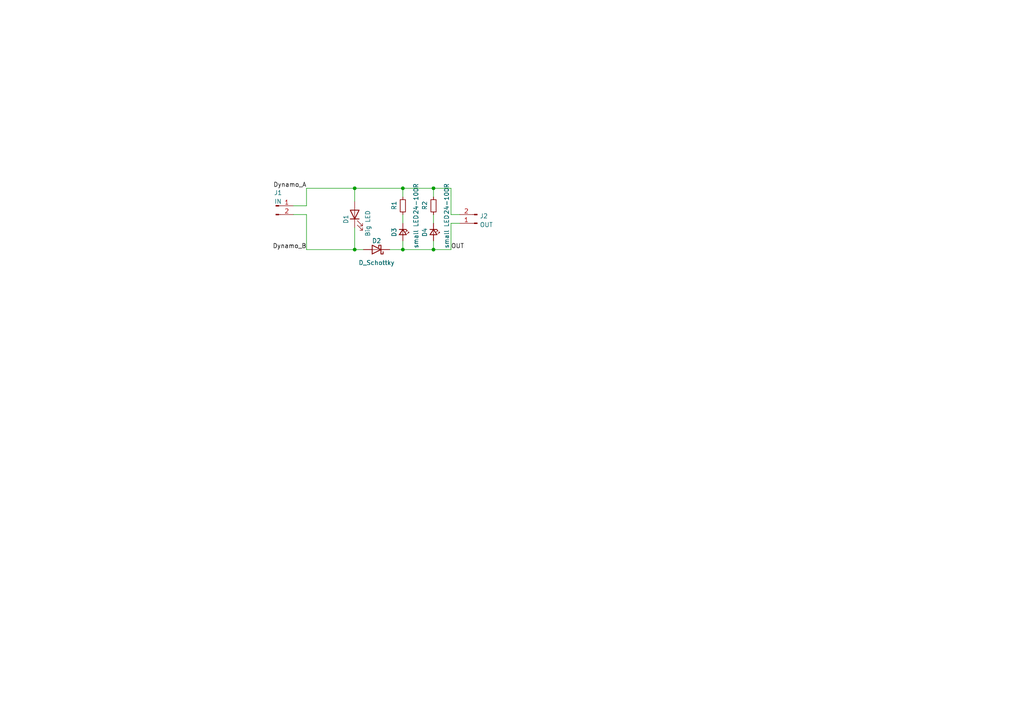
<source format=kicad_sch>
(kicad_sch (version 20211123) (generator eeschema)
  (paper "A4")
  (lib_symbols
    (symbol "Connector:Conn_01x02_Male" (pin_names (offset 1.016) hide)
      (property "Reference" "J" (at 0 2.54 0))
      (property "Value" "Conn_01x02_Male" (at 0 -5.08 0))
      (symbol "Conn_01x02_Male_1_1"
        (polyline (pts (xy 1.27 -2.54) (xy 0.8636 -2.54)) (stroke (width 0.1524)))
        (polyline (pts (xy 1.27 0) (xy 0.8636 0)) (stroke (width 0.1524)))
        (rectangle (start 0.8636 -2.413) (end 0 -2.667) (stroke (width 0.1524)) (fill (type outline)))
        (rectangle (start 0.8636 0.127) (end 0 -0.127) (stroke (width 0.1524)) (fill (type outline)))
        (pin passive line (at 5.08 0 180) (length 3.81) (name "Pin_1") (number "1"))
        (pin passive line (at 5.08 -2.54 180) (length 3.81) (name "Pin_2") (number "2"))
      )
    )
    (symbol "Device:D_Schottky" (pin_numbers hide) (pin_names (offset 1.016) hide)
      (property "Reference" "D" (at 0 2.54 0))
      (property "Value" "D_Schottky" (at 0 -2.54 0))
      (symbol "D_Schottky_0_1"
        (polyline (pts (xy 1.27 0) (xy -1.27 0)))
        (polyline (pts (xy 1.27 1.27) (xy 1.27 -1.27) (xy -1.27 0) (xy 1.27 1.27)) (stroke (width 0.254)))
        (polyline (pts (xy -1.905 0.635) (xy -1.905 1.27) (xy -1.27 1.27) (xy -1.27 -1.27) (xy -0.635 -1.27) (xy -0.635 -0.635)) (stroke (width 0.254)))
      )
      (symbol "D_Schottky_1_1"
        (pin passive line (at -3.81 0 0) (length 2.54) (name "K") (number "1"))
        (pin passive line (at 3.81 0 180) (length 2.54) (name "A") (number "2"))
      )
    )
    (symbol "Device:LED" (pin_numbers hide) (pin_names (offset 1.016) hide)
      (property "Reference" "D" (at 0 2.54 0))
      (property "Value" "LED" (at 0 -2.54 0))
      (symbol "LED_0_1"
        (polyline (pts (xy -1.27 -1.27) (xy -1.27 1.27)) (stroke (width 0.254)))
        (polyline (pts (xy -1.27 0) (xy 1.27 0)))
        (polyline (pts (xy 1.27 -1.27) (xy 1.27 1.27) (xy -1.27 0) (xy 1.27 -1.27)) (stroke (width 0.254)))
        (polyline (pts (xy -3.048 -0.762) (xy -4.572 -2.286) (xy -3.81 -2.286) (xy -4.572 -2.286) (xy -4.572 -1.524)))
        (polyline (pts (xy -1.778 -0.762) (xy -3.302 -2.286) (xy -2.54 -2.286) (xy -3.302 -2.286) (xy -3.302 -1.524)))
      )
      (symbol "LED_1_1"
        (pin passive line (at -3.81 0 0) (length 2.54) (name "K") (number "1"))
        (pin passive line (at 3.81 0 180) (length 2.54) (name "A") (number "2"))
      )
    )
    (symbol "Device:LED_Small" (pin_numbers hide) (pin_names (offset 0.254) hide)
      (property "Reference" "D" (at -1.27 3.175 0))
      (property "Value" "LED_Small" (at -4.445 -2.54 0))
      (symbol "LED_Small_0_1"
        (polyline (pts (xy -0.762 -1.016) (xy -0.762 1.016)) (stroke (width 0.254)))
        (polyline (pts (xy 1.016 0) (xy -0.762 0)))
        (polyline (pts (xy 0.762 -1.016) (xy -0.762 0) (xy 0.762 1.016) (xy 0.762 -1.016)) (stroke (width 0.254)))
        (polyline (pts (xy 0 0.762) (xy -0.508 1.27) (xy -0.254 1.27) (xy -0.508 1.27) (xy -0.508 1.016)))
        (polyline (pts (xy 0.508 1.27) (xy 0 1.778) (xy 0.254 1.778) (xy 0 1.778) (xy 0 1.524)))
      )
      (symbol "LED_Small_1_1"
        (pin passive line (at -2.54 0 0) (length 1.778) (name "K") (number "1"))
        (pin passive line (at 2.54 0 180) (length 1.778) (name "A") (number "2"))
      )
    )
    (symbol "Device:R_Small" (pin_numbers hide) (pin_names (offset 0.254) hide)
      (property "Reference" "R" (at 0.762 0.508 0))
      (property "Value" "R_Small" (at 0.762 -1.016 0))
      (symbol "R_Small_0_1"
        (rectangle (start -0.762 1.778) (end 0.762 -1.778) (stroke (width 0.2032)))
      )
      (symbol "R_Small_1_1"
        (pin passive line (at 0 2.54 270) (length 0.762) (name "~") (number "1"))
        (pin passive line (at 0 -2.54 90) (length 0.762) (name "~") (number "2"))
      )
    )
  )
  (junction (at 125.73 72.39))
  (junction (at 116.84 72.39))
  (junction (at 102.87 72.39))
  (junction (at 125.73 54.61))
  (junction (at 102.87 54.61))
  (junction (at 116.84 54.61))
  (wire (pts (xy 85.09 59.69) (xy 88.9 59.69)))
  (wire (pts (xy 116.84 54.61) (xy 125.73 54.61)))
  (wire (pts (xy 130.81 72.39) (xy 125.73 72.39)))
  (wire (pts (xy 102.87 54.61) (xy 102.87 58.42)))
  (wire (pts (xy 133.35 64.77) (xy 130.81 64.77)))
  (wire (pts (xy 125.73 57.15) (xy 125.73 54.61)))
  (wire (pts (xy 85.09 62.23) (xy 88.9 62.23)))
  (wire (pts (xy 116.84 72.39) (xy 125.73 72.39)))
  (wire (pts (xy 130.81 62.23) (xy 130.81 54.61)))
  (wire (pts (xy 88.9 54.61) (xy 88.9 59.69)))
  (wire (pts (xy 102.87 72.39) (xy 105.41 72.39)))
  (wire (pts (xy 116.84 62.23) (xy 116.84 64.77)))
  (wire (pts (xy 130.81 64.77) (xy 130.81 72.39)))
  (wire (pts (xy 125.73 62.23) (xy 125.73 64.77)))
  (wire (pts (xy 102.87 54.61) (xy 116.84 54.61)))
  (wire (pts (xy 88.9 72.39) (xy 102.87 72.39)))
  (wire (pts (xy 116.84 69.85) (xy 116.84 72.39)))
  (wire (pts (xy 102.87 54.61) (xy 88.9 54.61)))
  (wire (pts (xy 125.73 69.85) (xy 125.73 72.39)))
  (wire (pts (xy 88.9 62.23) (xy 88.9 72.39)))
  (wire (pts (xy 102.87 66.04) (xy 102.87 72.39)))
  (wire (pts (xy 113.03 72.39) (xy 116.84 72.39)))
  (wire (pts (xy 130.81 54.61) (xy 125.73 54.61)))
  (wire (pts (xy 133.35 62.23) (xy 130.81 62.23)))
  (wire (pts (xy 116.84 54.61) (xy 116.84 57.15)))
  (label "Dynamo_A" (at 88.9 54.61 180))
  (label "Dynamo_B" (at 88.9 72.39 180))
  (label "OUT" (at 130.81 72.39 0))
  (symbol (lib_id "Connector:Conn_01x02_Male") (at 80.01 59.69 0) (unit 1)
    (property "Reference" "J1" (at 80.645 55.914 0))
    (property "Value" "IN" (at 80.645 58.4509 0))
    (property "Footprint" "Connector_Wire:SolderWire-0.25sqmm_1x02_P4.5mm_D0.65mm_OD2mm_Relief" (effects hide))
  )
  (symbol (lib_id "Device:D_Schottky") (at 109.22 72.39 180) (unit 1)
    (property "Reference" "D2" (at 109.22 69.85 0))
    (property "Value" "D_Schottky" (at 109.22 76.2 0))
    (property "Footprint" "Diode_SMD:D_SOD-123F" (effects hide))
    (property "MPN" "PMEG3010EH,115" (effects hide))
  )
  (symbol (lib_id "Device:LED_Small") (at 125.73 67.31 270) (unit 1)
    (property "Reference" "D4" (at 123.19 66.04 0) (effects (justify left)))
    (property "Value" "small LED" (at 129.54 62.23 0) (effects (justify left)))
    (property "Footprint" "custom:Cree 3030" (effects hide))
    (property "MPN" "JK3030AWT-00-0000-000A0UJ465E" (effects hide))
  )
  (symbol (lib_id "Connector:Conn_01x02_Male") (at 138.43 64.77 180) (unit 1)
    (property "Reference" "J2" (at 139.1412 62.6653 0) (effects (justify right)))
    (property "Value" "OUT" (at 139.1412 65.2022 0) (effects (justify right)))
    (property "Footprint" "Connector_Wire:SolderWire-0.25sqmm_1x02_P4.5mm_D0.65mm_OD2mm_Relief" (effects hide))
  )
  (symbol (lib_id "Device:R_Small") (at 116.84 59.69 180) (unit 1)
    (property "Reference" "R1" (at 114.3 60.96 90) (effects (justify right)))
    (property "Value" "24-100R" (at 120.65 62.23 90) (effects (justify right)))
    (property "Footprint" "Resistor_SMD:R_0603_1608Metric_Pad0.98x0.95mm_HandSolder" (effects hide))
  )
  (symbol (lib_id "Device:LED") (at 102.87 62.23 90) (unit 1)
    (property "Reference" "D1" (at 100.33 62.23 0) (effects (justify right)))
    (property "Value" "Big LED" (at 106.68 60.96 0) (effects (justify right)))
    (property "Footprint" "custom:Cree 5050" (effects hide))
    (property "MPN" "JR5050BWT-K-B40EB0000-N0000001" (effects hide))
  )
  (symbol (lib_id "Device:LED_Small") (at 116.84 67.31 270) (unit 1)
    (property "Reference" "D3" (at 114.3 66.04 0) (effects (justify left)))
    (property "Value" "small LED" (at 120.65 62.23 0) (effects (justify left)))
    (property "Footprint" "custom:Cree 3030" (effects hide))
    (property "MPN" "JK3030AWT-00-0000-000A0UJ465E" (effects hide))
  )
  (symbol (lib_id "Device:R_Small") (at 125.73 59.69 180) (unit 1)
    (property "Reference" "R2" (at 123.19 60.96 90) (effects (justify right)))
    (property "Value" "24-100R" (at 129.54 62.23 90) (effects (justify right)))
    (property "Footprint" "Resistor_SMD:R_0603_1608Metric_Pad0.98x0.95mm_HandSolder" (effects hide))
  )
)
</source>
